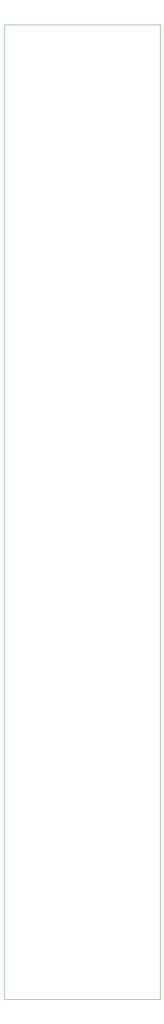
<source format=gm1>
G04 #@! TF.GenerationSoftware,KiCad,Pcbnew,6.0.5+dfsg-1~bpo11+1*
G04 #@! TF.CreationDate,2022-08-16T14:52:49+00:00*
G04 #@! TF.ProjectId,envelope_follower,656e7665-6c6f-4706-955f-666f6c6c6f77,0*
G04 #@! TF.SameCoordinates,Original*
G04 #@! TF.FileFunction,Profile,NP*
%FSLAX46Y46*%
G04 Gerber Fmt 4.6, Leading zero omitted, Abs format (unit mm)*
G04 Created by KiCad (PCBNEW 6.0.5+dfsg-1~bpo11+1) date 2022-08-16 14:52:49*
%MOMM*%
%LPD*%
G01*
G04 APERTURE LIST*
G04 #@! TA.AperFunction,Profile*
%ADD10C,0.100000*%
G04 #@! TD*
G04 APERTURE END LIST*
D10*
X86360000Y-38100000D02*
X86360000Y-228600000D01*
X86360000Y-228600000D02*
X116840000Y-228600000D01*
X116840000Y-38100000D02*
X86360000Y-38100000D01*
X116840000Y-228600000D02*
X116840000Y-38100000D01*
M02*

</source>
